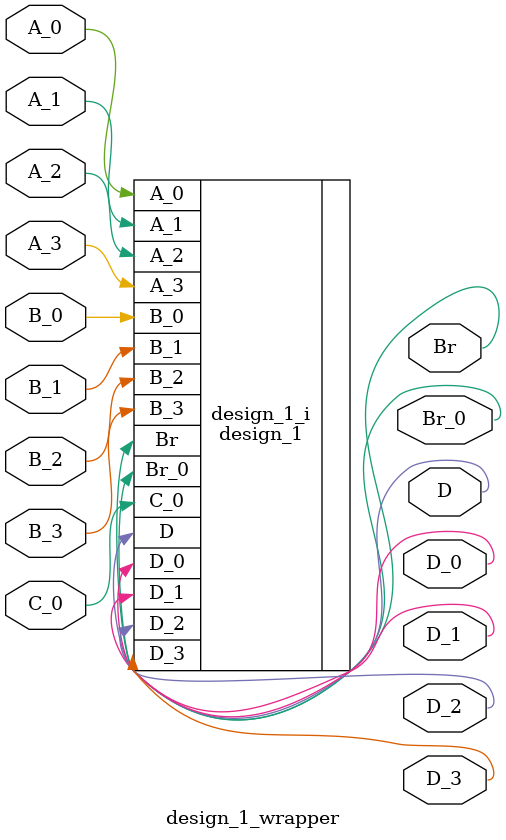
<source format=v>
`timescale 1 ps / 1 ps

module design_1_wrapper
   (A_0,
    A_1,
    A_2,
    A_3,
    B_0,
    B_1,
    B_2,
    B_3,
    Br,
    Br_0,
    C_0,
    D,
    D_0,
    D_1,
    D_2,
    D_3);
  input A_0;
  input A_1;
  input A_2;
  input A_3;
  input B_0;
  input B_1;
  input B_2;
  input B_3;
  output Br;
  output Br_0;
  input C_0;
  output D;
  output D_0;
  output D_1;
  output D_2;
  output D_3;

  wire A_0;
  wire A_1;
  wire A_2;
  wire A_3;
  wire B_0;
  wire B_1;
  wire B_2;
  wire B_3;
  wire Br;
  wire Br_0;
  wire C_0;
  wire D;
  wire D_0;
  wire D_1;
  wire D_2;
  wire D_3;

  design_1 design_1_i
       (.A_0(A_0),
        .A_1(A_1),
        .A_2(A_2),
        .A_3(A_3),
        .B_0(B_0),
        .B_1(B_1),
        .B_2(B_2),
        .B_3(B_3),
        .Br(Br),
        .Br_0(Br_0),
        .C_0(C_0),
        .D(D),
        .D_0(D_0),
        .D_1(D_1),
        .D_2(D_2),
        .D_3(D_3));
endmodule

</source>
